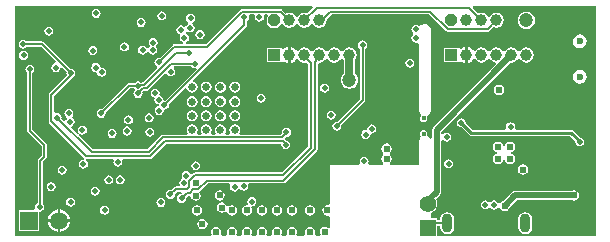
<source format=gbr>
%TF.GenerationSoftware,Altium Limited,Altium Designer,19.0.15 (446)*%
G04 Layer_Physical_Order=3*
G04 Layer_Color=7058166*
%FSLAX26Y26*%
%MOIN*%
%TF.FileFunction,Copper,L3,Inr,Signal*%
%TF.Part,Single*%
G01*
G75*
%TA.AperFunction,Conductor*%
%ADD54C,0.008000*%
%ADD57C,0.010000*%
%ADD58C,0.007874*%
%ADD60C,0.006000*%
%ADD61C,0.007992*%
%ADD63C,0.020000*%
%TA.AperFunction,ComponentPad*%
%ADD67C,0.039370*%
G04:AMPARAMS|DCode=68|XSize=39mil|YSize=39mil|CornerRadius=0mil|HoleSize=0mil|Usage=FLASHONLY|Rotation=0.000|XOffset=0mil|YOffset=0mil|HoleType=Round|Shape=Octagon|*
%AMOCTAGOND68*
4,1,8,0.019500,-0.009750,0.019500,0.009750,0.009750,0.019500,-0.009750,0.019500,-0.019500,0.009750,-0.019500,-0.009750,-0.009750,-0.019500,0.009750,-0.019500,0.019500,-0.009750,0.0*
%
%ADD68OCTAGOND68*%

%ADD69C,0.023622*%
%ADD70O,0.035433X0.062992*%
%TA.AperFunction,WasherPad*%
%ADD71C,0.015000*%
%TA.AperFunction,ComponentPad*%
%ADD72R,0.039000X0.039000*%
%ADD73C,0.059055*%
%ADD74R,0.059055X0.059055*%
%ADD75C,0.047244*%
%ADD76C,0.055118*%
%ADD77R,0.055118X0.055118*%
%TA.AperFunction,ViaPad*%
%ADD78C,0.024000*%
%ADD79C,0.019685*%
%ADD80C,0.025984*%
%TA.AperFunction,Conductor*%
%ADD81C,0.025000*%
G36*
X1002726Y777367D02*
X1005023Y771823D01*
X986013Y752814D01*
X985585Y753100D01*
X975984Y755010D01*
X966383Y753100D01*
X958244Y747661D01*
X954354Y741839D01*
X947615D01*
X943724Y747661D01*
X935585Y753100D01*
X925984Y755010D01*
X916383Y753100D01*
X915091Y752236D01*
X902909Y764418D01*
X900289Y766169D01*
X897198Y766784D01*
X768824D01*
X765733Y766169D01*
X763113Y764418D01*
X648504Y649809D01*
X581034D01*
X580443Y655809D01*
X581871Y656093D01*
X586754Y659356D01*
X590017Y664239D01*
X591163Y670000D01*
X590017Y675760D01*
X586754Y680644D01*
X581871Y683907D01*
X580268Y689952D01*
X580525Y690445D01*
X587706Y692222D01*
X589517Y691013D01*
X595277Y689867D01*
X601038Y691013D01*
X605921Y694276D01*
X609184Y699159D01*
X610330Y704920D01*
X609184Y710680D01*
X605921Y715564D01*
X603345Y717285D01*
X603127Y719735D01*
X603767Y723936D01*
X607693Y726559D01*
X610956Y731443D01*
X612102Y737203D01*
X610956Y742964D01*
X607693Y747847D01*
X602809Y751110D01*
X597049Y752256D01*
X591288Y751110D01*
X586405Y747847D01*
X583141Y742964D01*
X581996Y737203D01*
X583141Y731443D01*
X586405Y726559D01*
X588981Y724838D01*
X589199Y722388D01*
X588559Y718187D01*
X584633Y715564D01*
X581370Y710680D01*
X581185Y709750D01*
X574819Y708477D01*
X569935Y711740D01*
X564175Y712886D01*
X558414Y711740D01*
X553531Y708477D01*
X550268Y703594D01*
X549122Y697833D01*
X550268Y692073D01*
X553531Y687189D01*
X558414Y683926D01*
X560205Y683570D01*
X562966Y676903D01*
X562203Y675760D01*
X561057Y670000D01*
X562203Y664239D01*
X565466Y659356D01*
X570350Y656093D01*
X571777Y655809D01*
X571187Y649809D01*
X542732D01*
X539641Y649194D01*
X537021Y647443D01*
X494029Y604451D01*
X491000Y605053D01*
X485240Y603907D01*
X480356Y600644D01*
X477093Y595760D01*
X475947Y590000D01*
X477093Y584240D01*
X480356Y579356D01*
X483482Y577267D01*
X485157Y570457D01*
X437798Y523098D01*
X432219Y522480D01*
X427335Y525743D01*
X421575Y526889D01*
X415814Y525743D01*
X410931Y522480D01*
X409215Y519912D01*
X391457D01*
X388366Y519298D01*
X385746Y517547D01*
X302243Y434044D01*
X299215Y434647D01*
X293454Y433501D01*
X288571Y430238D01*
X285308Y425354D01*
X284162Y419594D01*
X285308Y413833D01*
X288571Y408950D01*
X293454Y405687D01*
X299215Y404541D01*
X304975Y405687D01*
X309859Y408950D01*
X313122Y413833D01*
X314268Y419594D01*
X313665Y422623D01*
X394802Y503759D01*
X409215D01*
X410931Y501192D01*
X410935Y501189D01*
Y496888D01*
X407671Y492005D01*
X406526Y486244D01*
X407671Y480483D01*
X410935Y475600D01*
X415818Y472337D01*
X421579Y471191D01*
X427339Y472337D01*
X432223Y475600D01*
X435486Y480483D01*
X436632Y486244D01*
X436029Y489273D01*
X442054Y495298D01*
X450736D01*
X453826Y495913D01*
X456446Y497663D01*
X510955Y552172D01*
X517765Y550496D01*
X519854Y547370D01*
X524737Y544107D01*
X530498Y542962D01*
X536258Y544107D01*
X541142Y547370D01*
X544405Y552254D01*
X545551Y558014D01*
X544405Y563775D01*
X541142Y568659D01*
X540602Y575885D01*
X541879Y577749D01*
X598663D01*
X600378Y575182D01*
X605262Y571918D01*
X611022Y570773D01*
X614482Y571461D01*
X617438Y565931D01*
X512829Y461323D01*
X511808Y461526D01*
X506318Y464682D01*
X505172Y470443D01*
X501909Y475326D01*
X497846Y478041D01*
X492919Y481467D01*
X494065Y487227D01*
X492919Y492988D01*
X489656Y497871D01*
X484772Y501134D01*
X479012Y502280D01*
X473251Y501134D01*
X468368Y497871D01*
X465104Y492988D01*
X463959Y487227D01*
X465104Y481467D01*
X468368Y476583D01*
X472431Y473868D01*
X477358Y470443D01*
X476212Y464682D01*
X477358Y458922D01*
X480621Y454038D01*
X485505Y450775D01*
X489258Y450029D01*
X489925Y449645D01*
Y443778D01*
X486323Y443062D01*
X481439Y439799D01*
X478176Y434915D01*
X477030Y429155D01*
X478176Y423394D01*
X481439Y418511D01*
X486323Y415248D01*
X492083Y414102D01*
X497844Y415248D01*
X502727Y418511D01*
X505990Y423394D01*
X507136Y429155D01*
X509801Y431819D01*
X515561Y432965D01*
X520445Y436228D01*
X523708Y441112D01*
X524854Y446872D01*
X524251Y449901D01*
X578160Y503810D01*
X584671Y501835D01*
X585173Y499310D01*
X589132Y493384D01*
X595058Y489425D01*
X602047Y488035D01*
X609037Y489425D01*
X614962Y493384D01*
X618921Y499310D01*
X620311Y506299D01*
X618921Y513288D01*
X614962Y519214D01*
X609037Y523173D01*
X606511Y523675D01*
X604536Y530186D01*
X781893Y707543D01*
X783644Y710163D01*
X784259Y713254D01*
Y728584D01*
X786826Y730299D01*
X790089Y735183D01*
X791235Y740943D01*
X790502Y744630D01*
X794133Y750631D01*
X808626D01*
X811980Y744630D01*
X811129Y740353D01*
X812275Y734592D01*
X815538Y729709D01*
X820422Y726446D01*
X826182Y725300D01*
X831943Y726446D01*
X836826Y729709D01*
X840089Y734592D01*
X841235Y740353D01*
X840384Y744630D01*
X843738Y750631D01*
X852222D01*
X854519Y745087D01*
X851563Y742132D01*
Y717711D01*
X863774Y705500D01*
X888195D01*
X898564Y715869D01*
X905695Y715995D01*
X908244Y712181D01*
X916383Y706742D01*
X925984Y704833D01*
X935585Y706742D01*
X943724Y712181D01*
X947615Y718003D01*
X954354D01*
X958244Y712181D01*
X966383Y706742D01*
X975984Y704833D01*
X985585Y706742D01*
X993724Y712181D01*
X997615Y718003D01*
X1004354D01*
X1008244Y712181D01*
X1016383Y706742D01*
X1025984Y704833D01*
X1035585Y706742D01*
X1043724Y712181D01*
X1049163Y720320D01*
X1051073Y729921D01*
X1050453Y733037D01*
X1066902Y749487D01*
X1392239D01*
X1404205Y737521D01*
X1446843Y694883D01*
X1449794Y692911D01*
X1453275Y692219D01*
X1587929D01*
X1591410Y692911D01*
X1594361Y694883D01*
X1606506Y707028D01*
X1606935Y706742D01*
X1616535Y704833D01*
X1626136Y706742D01*
X1634276Y712181D01*
X1639714Y720320D01*
X1641624Y729921D01*
X1639714Y739522D01*
X1634276Y747661D01*
X1626136Y753100D01*
X1616535Y755010D01*
X1606935Y753100D01*
X1598795Y747661D01*
X1594905Y741839D01*
X1588166D01*
X1584276Y747661D01*
X1576136Y753100D01*
X1566535Y755010D01*
X1556935Y753100D01*
X1556506Y752814D01*
X1537497Y771823D01*
X1539793Y777367D01*
X1948627D01*
Y10035D01*
X1419094D01*
Y45593D01*
X1429675D01*
Y39961D01*
X1431432Y31128D01*
X1436435Y23640D01*
X1443923Y18636D01*
X1452756Y16879D01*
X1461589Y18636D01*
X1469077Y23640D01*
X1474080Y31128D01*
X1475837Y39961D01*
Y67520D01*
X1474080Y76353D01*
X1469077Y83841D01*
X1461589Y88844D01*
X1452756Y90601D01*
X1443923Y88844D01*
X1436435Y83841D01*
X1431432Y76353D01*
X1429675Y67520D01*
Y63777D01*
X1419094D01*
Y71063D01*
X1398661D01*
Y87944D01*
X1402995Y89739D01*
X1409779Y94945D01*
X1414986Y101730D01*
X1418258Y109631D01*
X1419375Y118110D01*
X1418258Y126589D01*
X1414986Y134490D01*
X1414711Y134849D01*
X1428080Y148219D01*
X1431378Y153154D01*
X1432536Y158976D01*
Y304409D01*
X1432536Y304410D01*
Y328637D01*
X1438536Y330457D01*
X1439316Y329290D01*
X1444200Y326027D01*
X1449960Y324881D01*
X1455721Y326027D01*
X1460605Y329290D01*
X1463868Y334173D01*
X1465014Y339934D01*
X1463868Y345695D01*
X1460605Y350578D01*
X1455721Y353841D01*
X1449960Y354987D01*
X1444200Y353841D01*
X1439316Y350578D01*
X1438536Y349411D01*
X1432536Y351231D01*
Y358659D01*
X1663555Y589678D01*
X1666535Y589085D01*
X1676136Y590994D01*
X1684276Y596433D01*
X1688166Y602255D01*
X1694905D01*
X1698795Y596433D01*
X1706935Y590994D01*
X1716535Y589085D01*
X1726136Y590994D01*
X1734276Y596433D01*
X1739714Y604572D01*
X1741624Y614173D01*
X1739714Y623774D01*
X1734276Y631913D01*
X1726136Y637352D01*
X1716535Y639261D01*
X1706935Y637352D01*
X1698795Y631913D01*
X1694905Y626091D01*
X1688166D01*
X1684276Y631913D01*
X1676136Y637352D01*
X1666535Y639261D01*
X1656935Y637352D01*
X1648795Y631913D01*
X1644905Y626091D01*
X1638166D01*
X1634276Y631913D01*
X1626136Y637352D01*
X1616535Y639261D01*
X1606935Y637352D01*
X1598795Y631913D01*
X1594905Y626091D01*
X1588166D01*
X1584276Y631913D01*
X1576136Y637352D01*
X1566535Y639261D01*
X1556935Y637352D01*
X1548795Y631913D01*
X1546768Y628879D01*
X1544105Y628530D01*
X1539755Y629183D01*
X1536191Y633828D01*
X1530434Y638246D01*
X1523730Y641023D01*
X1520472Y641452D01*
Y614173D01*
Y586895D01*
X1523730Y587323D01*
X1530434Y590100D01*
X1536191Y594518D01*
X1539755Y599163D01*
X1544105Y599816D01*
X1546768Y599467D01*
X1548795Y596433D01*
X1556935Y590994D01*
X1566535Y589085D01*
X1576136Y590994D01*
X1584276Y596433D01*
X1588166Y602255D01*
X1594905D01*
X1598795Y596433D01*
X1606935Y590994D01*
X1612291Y589929D01*
X1614266Y583419D01*
X1406565Y375718D01*
X1404661Y372869D01*
X1403267Y370782D01*
X1402109Y364960D01*
Y339308D01*
X1396109Y333887D01*
X1395569Y333916D01*
X1394206Y335956D01*
X1393394Y337171D01*
X1390625Y339941D01*
X1390624Y339941D01*
X1390624Y339941D01*
X1388601Y341294D01*
X1387369Y342116D01*
X1385432Y347122D01*
X1386396Y351969D01*
X1385432Y356815D01*
X1382686Y360924D01*
X1378578Y363669D01*
X1373731Y364633D01*
X1368885Y363669D01*
X1364776Y360924D01*
X1362031Y356815D01*
X1361067Y351969D01*
X1362031Y347122D01*
X1364776Y343013D01*
X1362595Y337255D01*
X1362511Y337171D01*
X1360336Y333915D01*
X1358838Y330296D01*
X1358838Y330296D01*
X1358837Y330295D01*
X1358508Y328636D01*
X1358074Y326456D01*
X1358074Y326455D01*
X1358074Y326455D01*
X1358075Y324497D01*
Y247244D01*
X1261942D01*
X1260947Y248447D01*
X1262117Y256446D01*
X1262200Y256501D01*
X1265939Y262098D01*
X1267253Y268701D01*
X1265939Y275303D01*
X1262200Y280900D01*
X1260816Y281825D01*
Y289041D01*
X1262200Y289966D01*
X1265939Y295563D01*
X1267253Y302165D01*
X1265939Y308768D01*
X1262200Y314365D01*
X1256602Y318105D01*
X1250000Y319418D01*
X1243398Y318105D01*
X1237800Y314365D01*
X1234061Y308768D01*
X1232747Y302165D01*
X1234061Y295563D01*
X1237800Y289966D01*
X1239184Y289041D01*
Y281825D01*
X1237800Y280900D01*
X1234061Y275303D01*
X1232747Y268701D01*
X1234061Y262098D01*
X1237800Y256501D01*
X1237883Y256446D01*
X1239053Y248447D01*
X1238058Y247244D01*
X1191751D01*
X1188543Y253244D01*
X1189104Y254083D01*
X1190250Y259844D01*
X1189104Y265604D01*
X1185841Y270488D01*
X1180957Y273751D01*
X1175197Y274897D01*
X1169436Y273751D01*
X1164553Y270488D01*
X1161290Y265604D01*
X1160144Y259844D01*
X1161290Y254083D01*
X1161850Y253244D01*
X1158643Y247244D01*
X1062128D01*
Y117113D01*
X1056127Y112954D01*
X1052724Y113631D01*
X1046122Y112317D01*
X1040525Y108578D01*
X1036785Y102980D01*
X1035472Y96378D01*
X1036785Y89775D01*
X1040525Y84178D01*
X1046122Y80438D01*
X1052724Y79125D01*
X1056127Y79802D01*
X1062128Y75643D01*
Y40212D01*
X1059410Y38639D01*
X1056128Y37732D01*
X1051327Y40939D01*
X1044724Y42253D01*
X1038122Y40939D01*
X1032525Y37200D01*
X1028785Y31602D01*
X1027472Y25000D01*
X1028785Y18398D01*
X1030364Y16035D01*
X1027157Y10035D01*
X1013294D01*
X1010087Y16035D01*
X1010664Y16898D01*
X1011977Y23500D01*
X1010664Y30102D01*
X1006924Y35700D01*
X1001327Y39439D01*
X994724Y40753D01*
X988122Y39439D01*
X982525Y35700D01*
X978785Y30102D01*
X977471Y23500D01*
X978785Y16898D01*
X979361Y16035D01*
X976154Y10035D01*
X952664D01*
X949457Y16035D01*
X950034Y16898D01*
X951347Y23500D01*
X950034Y30102D01*
X946294Y35700D01*
X940697Y39439D01*
X934094Y40753D01*
X927492Y39439D01*
X921895Y35700D01*
X918155Y30102D01*
X916842Y23500D01*
X918155Y16898D01*
X918731Y16035D01*
X915524Y10035D01*
X902664D01*
X899457Y16035D01*
X900034Y16898D01*
X901347Y23500D01*
X900034Y30102D01*
X896294Y35700D01*
X890697Y39439D01*
X884094Y40753D01*
X877492Y39439D01*
X871895Y35700D01*
X868155Y30102D01*
X866842Y23500D01*
X868155Y16898D01*
X868731Y16035D01*
X865524Y10035D01*
X852664D01*
X849457Y16035D01*
X850034Y16898D01*
X851347Y23500D01*
X850034Y30102D01*
X846294Y35700D01*
X840697Y39439D01*
X834094Y40753D01*
X827492Y39439D01*
X821895Y35700D01*
X818155Y30102D01*
X816842Y23500D01*
X818155Y16898D01*
X818731Y16035D01*
X815524Y10035D01*
X802664D01*
X799457Y16035D01*
X800034Y16898D01*
X801347Y23500D01*
X800034Y30102D01*
X796294Y35700D01*
X790697Y39439D01*
X784094Y40753D01*
X777492Y39439D01*
X771895Y35700D01*
X768155Y30102D01*
X766842Y23500D01*
X768155Y16898D01*
X768731Y16035D01*
X765524Y10035D01*
X752664D01*
X749457Y16035D01*
X750034Y16898D01*
X751347Y23500D01*
X750034Y30102D01*
X746294Y35700D01*
X740697Y39439D01*
X734094Y40753D01*
X727492Y39439D01*
X721895Y35700D01*
X718155Y30102D01*
X716842Y23500D01*
X718155Y16898D01*
X718731Y16035D01*
X715524Y10035D01*
X700907D01*
X697700Y16035D01*
X698276Y16898D01*
X699590Y23500D01*
X698276Y30102D01*
X694537Y35700D01*
X688939Y39439D01*
X682337Y40753D01*
X675735Y39439D01*
X670137Y35700D01*
X666397Y30102D01*
X665084Y23500D01*
X666397Y16898D01*
X666974Y16035D01*
X663767Y10035D01*
X10035D01*
Y777367D01*
X1002726Y777367D01*
D02*
G37*
%LPC*%
G36*
X282427Y768042D02*
X276667Y766897D01*
X271783Y763634D01*
X268520Y758750D01*
X267374Y752989D01*
X268520Y747229D01*
X271783Y742345D01*
X276667Y739082D01*
X282427Y737936D01*
X288188Y739082D01*
X293071Y742345D01*
X296334Y747229D01*
X297480Y752989D01*
X296334Y758750D01*
X293071Y763634D01*
X288188Y766897D01*
X282427Y768042D01*
D02*
G37*
G36*
X500766Y759729D02*
X495005Y758583D01*
X490122Y755320D01*
X486858Y750436D01*
X485713Y744676D01*
X486858Y738915D01*
X490122Y734032D01*
X495005Y730769D01*
X500766Y729623D01*
X506526Y730769D01*
X511410Y734032D01*
X514673Y738915D01*
X515819Y744676D01*
X514673Y750436D01*
X511410Y755320D01*
X506526Y758583D01*
X500766Y759729D01*
D02*
G37*
G36*
X1378916Y718167D02*
X1375000Y717971D01*
X1371203Y717016D01*
X1367660Y715337D01*
X1364517Y713001D01*
X1364198Y712648D01*
X1359741Y710785D01*
X1356025Y711982D01*
X1353674Y713553D01*
X1347913Y714699D01*
X1342153Y713553D01*
X1337269Y710290D01*
X1334006Y705406D01*
X1332860Y699646D01*
X1334006Y693885D01*
X1337269Y689001D01*
X1337740Y688687D01*
Y681471D01*
X1336679Y680762D01*
X1333416Y675879D01*
X1332270Y670118D01*
X1333416Y664357D01*
X1336679Y659474D01*
X1341562Y656211D01*
X1347323Y655065D01*
X1352074Y656010D01*
X1355904Y654017D01*
X1358074Y652329D01*
X1358074Y433072D01*
X1358074Y431114D01*
X1358074Y431114D01*
X1358074Y431113D01*
X1358453Y429205D01*
X1358837Y427274D01*
X1358837Y427274D01*
X1358837Y427273D01*
X1360335Y423655D01*
X1360335Y423655D01*
X1360336Y423654D01*
X1361428Y422019D01*
X1362510Y420399D01*
X1362511Y420399D01*
X1362511Y420399D01*
X1364068Y418842D01*
X1364785Y412105D01*
X1364252Y411308D01*
X1362040Y407996D01*
X1361076Y403150D01*
X1362040Y398303D01*
X1364785Y394194D01*
X1368894Y391449D01*
X1373740Y390485D01*
X1378587Y391449D01*
X1382695Y394194D01*
X1385441Y398303D01*
X1386405Y403150D01*
X1385441Y407996D01*
X1385246Y408287D01*
X1385191Y408498D01*
X1387369Y415453D01*
X1387369Y415454D01*
X1390624Y417629D01*
X1393393Y420399D01*
X1395568Y423654D01*
X1397067Y427273D01*
X1397830Y431113D01*
X1397830Y433068D01*
X1397830Y433070D01*
X1397831Y698695D01*
X1397781Y698945D01*
X1397818Y699196D01*
X1397720Y701154D01*
X1396766Y704952D01*
X1395086Y708495D01*
X1392751Y711638D01*
X1389843Y714269D01*
X1386483Y716279D01*
X1382790Y717596D01*
X1382219Y717681D01*
X1378916Y718167D01*
D02*
G37*
G36*
X431851Y737676D02*
X426090Y736530D01*
X421207Y733267D01*
X417943Y728383D01*
X416798Y722623D01*
X417943Y716862D01*
X421207Y711979D01*
X426090Y708716D01*
X431851Y707570D01*
X437611Y708716D01*
X442495Y711979D01*
X445758Y716862D01*
X446904Y722623D01*
X445758Y728383D01*
X442495Y733267D01*
X437611Y736530D01*
X431851Y737676D01*
D02*
G37*
G36*
X1716142Y758711D02*
X1708690Y757730D01*
X1701747Y754854D01*
X1695784Y750279D01*
X1691209Y744316D01*
X1688333Y737373D01*
X1687352Y729921D01*
X1688333Y722470D01*
X1691209Y715527D01*
X1695784Y709564D01*
X1701747Y704989D01*
X1708690Y702113D01*
X1716142Y701132D01*
X1723593Y702113D01*
X1730536Y704989D01*
X1736499Y709564D01*
X1741074Y715527D01*
X1743950Y722470D01*
X1744931Y729921D01*
X1743950Y737373D01*
X1741074Y744316D01*
X1736499Y750279D01*
X1730536Y754854D01*
X1723593Y757730D01*
X1716142Y758711D01*
D02*
G37*
G36*
X123955Y708984D02*
X118195Y707839D01*
X113311Y704576D01*
X110048Y699692D01*
X108902Y693931D01*
X110048Y688171D01*
X113311Y683287D01*
X118195Y680024D01*
X123955Y678878D01*
X129715Y680024D01*
X134599Y683287D01*
X137862Y688171D01*
X139008Y693931D01*
X137862Y699692D01*
X134599Y704576D01*
X129715Y707839D01*
X123955Y708984D01*
D02*
G37*
G36*
X628160Y697311D02*
X622399Y696166D01*
X617516Y692903D01*
X614253Y688019D01*
X613107Y682258D01*
X614253Y676498D01*
X617516Y671614D01*
X622399Y668351D01*
X628160Y667205D01*
X633920Y668351D01*
X638804Y671614D01*
X642067Y676498D01*
X643213Y682258D01*
X642067Y688019D01*
X638804Y692903D01*
X633920Y696166D01*
X628160Y697311D01*
D02*
G37*
G36*
X472197Y670415D02*
X466437Y669269D01*
X461553Y666006D01*
X458290Y661123D01*
X457144Y655362D01*
X458290Y649602D01*
X461553Y644718D01*
X458310Y639669D01*
X456795Y637403D01*
X453841Y636811D01*
X453666Y636807D01*
X450214Y637275D01*
X447652Y641109D01*
X442768Y644372D01*
X437008Y645518D01*
X431247Y644372D01*
X426364Y641109D01*
X423101Y636225D01*
X421955Y630465D01*
X423101Y624704D01*
X426364Y619821D01*
X431247Y616557D01*
X437008Y615412D01*
X442768Y616557D01*
X447652Y619821D01*
X450291Y623769D01*
X453245Y624361D01*
X453419Y624365D01*
X456872Y623897D01*
X459434Y620063D01*
X464317Y616800D01*
X470078Y615654D01*
X475838Y616800D01*
X480722Y620063D01*
X483985Y624947D01*
X485131Y630707D01*
X483985Y636468D01*
X483154Y637711D01*
X482841Y644718D01*
X486104Y649602D01*
X487250Y655362D01*
X486104Y661123D01*
X482841Y666006D01*
X477958Y669269D01*
X472197Y670415D01*
D02*
G37*
G36*
X1893701Y682530D02*
X1884868Y680773D01*
X1877380Y675770D01*
X1872377Y668282D01*
X1870620Y659449D01*
X1872377Y650616D01*
X1877380Y643128D01*
X1884868Y638124D01*
X1893701Y636367D01*
X1902534Y638124D01*
X1910022Y643128D01*
X1915025Y650616D01*
X1916782Y659449D01*
X1915025Y668282D01*
X1910022Y675770D01*
X1902534Y680773D01*
X1893701Y682530D01*
D02*
G37*
G36*
X1512598Y641452D02*
X1509341Y641023D01*
X1502637Y638246D01*
X1496957Y633887D01*
X1496585Y633935D01*
X1490957Y635965D01*
Y638594D01*
X1442114D01*
Y589752D01*
X1490957D01*
Y592381D01*
X1496585Y594412D01*
X1496957Y594459D01*
X1502637Y590100D01*
X1509341Y587323D01*
X1512598Y586895D01*
Y614173D01*
Y641452D01*
D02*
G37*
G36*
X922047D02*
X918790Y641023D01*
X912086Y638246D01*
X906405Y633887D01*
X906034Y633935D01*
X900405Y635965D01*
Y638594D01*
X851563D01*
Y589752D01*
X900405D01*
Y592381D01*
X906034Y594412D01*
X906405Y594459D01*
X912086Y590100D01*
X918790Y587323D01*
X922047Y586895D01*
Y614173D01*
Y641452D01*
D02*
G37*
G36*
X376432Y655968D02*
X370671Y654822D01*
X365787Y651559D01*
X362524Y646675D01*
X361378Y640915D01*
X362524Y635154D01*
X365787Y630271D01*
X370671Y627008D01*
X376432Y625862D01*
X382192Y627008D01*
X387076Y630271D01*
X390339Y635154D01*
X391485Y640915D01*
X390339Y646675D01*
X387076Y651559D01*
X382192Y654822D01*
X376432Y655968D01*
D02*
G37*
G36*
X270616Y644021D02*
X264855Y642875D01*
X259972Y639612D01*
X256709Y634728D01*
X255563Y628968D01*
X256709Y623207D01*
X259972Y618323D01*
X264855Y615060D01*
X270616Y613915D01*
X276376Y615060D01*
X281260Y618323D01*
X284523Y623207D01*
X285669Y628968D01*
X284523Y634728D01*
X281260Y639612D01*
X276376Y642875D01*
X270616Y644021D01*
D02*
G37*
G36*
X40354Y627615D02*
X34594Y626469D01*
X29710Y623206D01*
X26447Y618322D01*
X25301Y612562D01*
X26447Y606801D01*
X29710Y601918D01*
X34594Y598655D01*
X40354Y597509D01*
X46115Y598655D01*
X50998Y601918D01*
X54262Y606801D01*
X55407Y612562D01*
X54262Y618322D01*
X50998Y623206D01*
X46115Y626469D01*
X40354Y627615D01*
D02*
G37*
G36*
X1327752Y602310D02*
X1321991Y601164D01*
X1317108Y597901D01*
X1313845Y593017D01*
X1312699Y587257D01*
X1313845Y581496D01*
X1317108Y576613D01*
X1321991Y573350D01*
X1327752Y572204D01*
X1333512Y573350D01*
X1338396Y576613D01*
X1341659Y581496D01*
X1342805Y587257D01*
X1341659Y593017D01*
X1338396Y597901D01*
X1333512Y601164D01*
X1327752Y602310D01*
D02*
G37*
G36*
X280514Y586986D02*
X274753Y585841D01*
X269870Y582577D01*
X266607Y577694D01*
X265461Y571933D01*
X266607Y566173D01*
X269870Y561289D01*
X274753Y558026D01*
X280514Y556880D01*
X285867Y551827D01*
X286093Y550690D01*
X289356Y545807D01*
X294240Y542543D01*
X300000Y541398D01*
X305760Y542543D01*
X310644Y545807D01*
X313907Y550690D01*
X315053Y556451D01*
X313907Y562211D01*
X310644Y567095D01*
X305760Y570358D01*
X300000Y571504D01*
X294647Y576557D01*
X294421Y577694D01*
X291158Y582577D01*
X286274Y585841D01*
X280514Y586986D01*
D02*
G37*
G36*
X1893701Y564420D02*
X1884868Y562663D01*
X1877380Y557659D01*
X1872377Y550171D01*
X1870620Y541338D01*
X1872377Y532506D01*
X1877380Y525018D01*
X1884868Y520014D01*
X1893701Y518257D01*
X1902534Y520014D01*
X1910022Y525018D01*
X1915025Y532506D01*
X1916782Y541338D01*
X1915025Y550171D01*
X1910022Y557659D01*
X1902534Y562663D01*
X1893701Y564420D01*
D02*
G37*
G36*
X929921Y641452D02*
Y614173D01*
Y586895D01*
X933178Y587323D01*
X939883Y590100D01*
X945639Y594518D01*
X949204Y599163D01*
X953553Y599816D01*
X956217Y599467D01*
X958244Y596433D01*
X966383Y590994D01*
X975984Y589085D01*
X981659Y590213D01*
X989393Y582479D01*
Y309238D01*
X902770Y222614D01*
X611014D01*
X607557Y221927D01*
X604627Y219969D01*
X601963Y217304D01*
X598613Y217751D01*
X595132Y218959D01*
X592415Y223025D01*
X587532Y226288D01*
X581771Y227434D01*
X576011Y226288D01*
X571127Y223025D01*
X567864Y218142D01*
X566718Y212381D01*
X567791Y206988D01*
X568252Y200962D01*
X565989Y199450D01*
X563368Y197699D01*
X560105Y192815D01*
X558960Y187055D01*
X559894Y182355D01*
X557822Y178414D01*
X556190Y176355D01*
X547244D01*
X543788Y175667D01*
X540857Y173709D01*
X531429Y164281D01*
X529528Y164659D01*
X523767Y163513D01*
X518883Y160250D01*
X515620Y155367D01*
X514475Y149606D01*
X515620Y143846D01*
X518883Y138962D01*
X523767Y135699D01*
X529528Y134553D01*
X535288Y135699D01*
X540172Y138962D01*
X543435Y143846D01*
X544581Y149606D01*
X544202Y151508D01*
X550985Y158291D01*
X563757D01*
X564018Y158095D01*
X566824Y152291D01*
X565476Y150591D01*
X561169Y149734D01*
X556285Y146471D01*
X553022Y141587D01*
X551876Y135827D01*
X553022Y130066D01*
X556285Y125183D01*
X561169Y121919D01*
X566929Y120774D01*
X572690Y121919D01*
X577573Y125183D01*
X580836Y130066D01*
X581982Y135827D01*
X581604Y137729D01*
X589371Y145496D01*
X590806D01*
X596534Y145115D01*
X597847Y138513D01*
X601587Y132916D01*
X607184Y129176D01*
X613786Y127862D01*
X620389Y129176D01*
X625986Y132916D01*
X629726Y138513D01*
X631039Y145115D01*
X629726Y151718D01*
X628866Y153005D01*
X626134Y157435D01*
X628884Y159685D01*
X655460Y186260D01*
X726516D01*
X729723Y180260D01*
X729401Y179777D01*
X728255Y174017D01*
X729401Y168256D01*
X732664Y163373D01*
X737548Y160110D01*
X743308Y158964D01*
X749069Y160110D01*
X753952Y163373D01*
X755810Y166153D01*
X762080Y166769D01*
X762751Y166564D01*
X763269Y165789D01*
X768153Y162526D01*
X773913Y161380D01*
X779674Y162526D01*
X784557Y165789D01*
X787820Y170673D01*
X788966Y176433D01*
X788205Y180259D01*
X791770Y186260D01*
X906315D01*
X909771Y186947D01*
X912701Y188905D01*
X1017607Y293810D01*
X1019565Y296740D01*
X1020252Y300197D01*
Y584515D01*
X1025687Y589144D01*
X1025984Y589085D01*
X1035585Y590994D01*
X1043724Y596433D01*
X1047614Y602255D01*
X1054354D01*
X1058244Y596433D01*
X1066383Y590994D01*
X1075984Y589085D01*
X1085585Y590994D01*
X1093724Y596433D01*
X1097614Y602255D01*
X1104354D01*
X1108244Y596433D01*
X1108419Y596316D01*
Y552904D01*
X1106021Y551065D01*
X1101446Y545102D01*
X1098570Y538159D01*
X1097589Y530707D01*
X1098570Y523256D01*
X1101446Y516313D01*
X1106021Y510350D01*
X1111984Y505775D01*
X1118927Y502899D01*
X1126378Y501918D01*
X1133830Y502899D01*
X1140773Y505775D01*
X1146736Y510350D01*
X1151311Y516313D01*
X1154187Y523256D01*
X1155168Y530707D01*
X1154187Y538159D01*
X1151311Y545102D01*
X1146736Y551065D01*
X1143944Y553207D01*
Y596761D01*
X1149163Y604572D01*
X1151073Y614173D01*
X1149163Y623774D01*
X1143724Y631913D01*
X1135585Y637352D01*
X1125984Y639261D01*
X1116383Y637352D01*
X1108244Y631913D01*
X1104354Y626091D01*
X1097614D01*
X1093724Y631913D01*
X1085585Y637352D01*
X1075984Y639261D01*
X1066383Y637352D01*
X1058244Y631913D01*
X1054354Y626091D01*
X1047614D01*
X1043724Y631913D01*
X1035585Y637352D01*
X1025984Y639261D01*
X1016383Y637352D01*
X1008244Y631913D01*
X1004354Y626091D01*
X997615D01*
X993724Y631913D01*
X985585Y637352D01*
X975984Y639261D01*
X966383Y637352D01*
X958244Y631913D01*
X956217Y628879D01*
X953553Y628530D01*
X949204Y629183D01*
X945639Y633828D01*
X939883Y638246D01*
X933178Y641023D01*
X929921Y641452D01*
D02*
G37*
G36*
X1043308Y518595D02*
X1037547Y517449D01*
X1032664Y514186D01*
X1029400Y509303D01*
X1028255Y503542D01*
X1029400Y497782D01*
X1032664Y492898D01*
X1037547Y489635D01*
X1043308Y488489D01*
X1049068Y489635D01*
X1053952Y492898D01*
X1057215Y497782D01*
X1058361Y503542D01*
X1057215Y509303D01*
X1053952Y514186D01*
X1049068Y517449D01*
X1043308Y518595D01*
D02*
G37*
G36*
X743779Y524563D02*
X736790Y523173D01*
X730865Y519214D01*
X726905Y513288D01*
X725515Y506299D01*
X726905Y499310D01*
X730865Y493384D01*
X736790Y489425D01*
X743779Y488035D01*
X750769Y489425D01*
X756694Y493384D01*
X760653Y499310D01*
X762044Y506299D01*
X760653Y513288D01*
X756694Y519214D01*
X750769Y523173D01*
X743779Y524563D01*
D02*
G37*
G36*
X696535D02*
X689546Y523173D01*
X683620Y519214D01*
X679661Y513288D01*
X678271Y506299D01*
X679661Y499310D01*
X683620Y493384D01*
X689546Y489425D01*
X696535Y488035D01*
X703525Y489425D01*
X709450Y493384D01*
X713409Y499310D01*
X714800Y506299D01*
X713409Y513288D01*
X709450Y519214D01*
X703525Y523173D01*
X696535Y524563D01*
D02*
G37*
G36*
X649291D02*
X642302Y523173D01*
X636376Y519214D01*
X632417Y513288D01*
X631027Y506299D01*
X632417Y499310D01*
X636376Y493384D01*
X642302Y489425D01*
X649291Y488035D01*
X656281Y489425D01*
X662206Y493384D01*
X666165Y499310D01*
X667556Y506299D01*
X666165Y513288D01*
X662206Y519214D01*
X656281Y523173D01*
X649291Y524563D01*
D02*
G37*
G36*
X1625000Y514340D02*
X1618397Y513026D01*
X1612800Y509286D01*
X1609060Y503689D01*
X1607747Y497087D01*
X1609060Y490484D01*
X1612800Y484887D01*
X1618397Y481147D01*
X1625000Y479834D01*
X1631602Y481147D01*
X1637199Y484887D01*
X1640939Y490484D01*
X1642253Y497087D01*
X1640939Y503689D01*
X1637199Y509286D01*
X1631602Y513026D01*
X1625000Y514340D01*
D02*
G37*
G36*
X831913Y485053D02*
X826153Y483907D01*
X821269Y480644D01*
X818006Y475760D01*
X816860Y470000D01*
X818006Y464239D01*
X821269Y459356D01*
X826153Y456093D01*
X831913Y454947D01*
X837674Y456093D01*
X842557Y459356D01*
X845820Y464239D01*
X846966Y470000D01*
X845820Y475760D01*
X842557Y480644D01*
X837674Y483907D01*
X831913Y485053D01*
D02*
G37*
G36*
X743779Y477319D02*
X736790Y475929D01*
X730865Y471970D01*
X726905Y466045D01*
X725515Y459055D01*
X726905Y452066D01*
X730865Y446140D01*
X736790Y442181D01*
X743779Y440791D01*
X750769Y442181D01*
X756694Y446140D01*
X760653Y452066D01*
X762044Y459055D01*
X760653Y466045D01*
X756694Y471970D01*
X750769Y475929D01*
X743779Y477319D01*
D02*
G37*
G36*
X696535D02*
X689546Y475929D01*
X683620Y471970D01*
X679661Y466045D01*
X678271Y459055D01*
X679661Y452066D01*
X683620Y446140D01*
X689546Y442181D01*
X696535Y440791D01*
X703525Y442181D01*
X709450Y446140D01*
X713409Y452066D01*
X714800Y459055D01*
X713409Y466045D01*
X709450Y471970D01*
X703525Y475929D01*
X696535Y477319D01*
D02*
G37*
G36*
X649291D02*
X642302Y475929D01*
X636376Y471970D01*
X632417Y466045D01*
X631027Y459055D01*
X632417Y452066D01*
X636376Y446140D01*
X642302Y442181D01*
X649291Y440791D01*
X656281Y442181D01*
X662206Y446140D01*
X666165Y452066D01*
X667556Y459055D01*
X666165Y466045D01*
X662206Y471970D01*
X656281Y475929D01*
X649291Y477319D01*
D02*
G37*
G36*
X602047D02*
X595058Y475929D01*
X589132Y471970D01*
X585173Y466045D01*
X583783Y459055D01*
X585173Y452066D01*
X589132Y446140D01*
X595058Y442181D01*
X602047Y440791D01*
X609037Y442181D01*
X614962Y446140D01*
X618921Y452066D01*
X620311Y459055D01*
X618921Y466045D01*
X614962Y471970D01*
X609037Y475929D01*
X602047Y477319D01*
D02*
G37*
G36*
X1065869Y429134D02*
X1060108Y427988D01*
X1055225Y424725D01*
X1051961Y419841D01*
X1050816Y414081D01*
X1051961Y408320D01*
X1055225Y403437D01*
X1060108Y400173D01*
X1065869Y399028D01*
X1071629Y400173D01*
X1076513Y403437D01*
X1079776Y408320D01*
X1080922Y414081D01*
X1079776Y419841D01*
X1076513Y424725D01*
X1071629Y427988D01*
X1065869Y429134D01*
D02*
G37*
G36*
X743779Y430075D02*
X736790Y428685D01*
X730865Y424726D01*
X726905Y418800D01*
X725515Y411811D01*
X726905Y404822D01*
X730865Y398896D01*
X736790Y394937D01*
X743779Y393547D01*
X750769Y394937D01*
X756694Y398896D01*
X760653Y404822D01*
X762044Y411811D01*
X760653Y418800D01*
X756694Y424726D01*
X750769Y428685D01*
X743779Y430075D01*
D02*
G37*
G36*
X696535D02*
X689546Y428685D01*
X683620Y424726D01*
X679661Y418800D01*
X678271Y411811D01*
X679661Y404822D01*
X683620Y398896D01*
X689546Y394937D01*
X696535Y393547D01*
X703525Y394937D01*
X709450Y398896D01*
X713409Y404822D01*
X714800Y411811D01*
X713409Y418800D01*
X709450Y424726D01*
X703525Y428685D01*
X696535Y430075D01*
D02*
G37*
G36*
X649291D02*
X642302Y428685D01*
X636376Y424726D01*
X632417Y418800D01*
X631027Y411811D01*
X632417Y404822D01*
X636376Y398896D01*
X642302Y394937D01*
X649291Y393547D01*
X656281Y394937D01*
X662206Y398896D01*
X666165Y404822D01*
X667556Y411811D01*
X666165Y418800D01*
X662206Y424726D01*
X656281Y428685D01*
X649291Y430075D01*
D02*
G37*
G36*
X602047D02*
X595058Y428685D01*
X589132Y424726D01*
X585173Y418800D01*
X583783Y411811D01*
X585173Y404822D01*
X589132Y398896D01*
X595058Y394937D01*
X602047Y393547D01*
X609037Y394937D01*
X614962Y398896D01*
X618921Y404822D01*
X620311Y411811D01*
X618921Y418800D01*
X614962Y424726D01*
X609037Y428685D01*
X602047Y430075D01*
D02*
G37*
G36*
X1169882Y662689D02*
X1164122Y661544D01*
X1159238Y658280D01*
X1155975Y653397D01*
X1154829Y647636D01*
X1155975Y641876D01*
X1159238Y636992D01*
X1161806Y635277D01*
Y465960D01*
X1087674Y391829D01*
X1084646Y392431D01*
X1078885Y391285D01*
X1074002Y388022D01*
X1070738Y383138D01*
X1069593Y377378D01*
X1070738Y371617D01*
X1074002Y366734D01*
X1078885Y363471D01*
X1084646Y362325D01*
X1090406Y363471D01*
X1095290Y366734D01*
X1098553Y371617D01*
X1099699Y377378D01*
X1099096Y380407D01*
X1175593Y456904D01*
X1177344Y459524D01*
X1177959Y462615D01*
Y635277D01*
X1180526Y636992D01*
X1183789Y641876D01*
X1184935Y647636D01*
X1183789Y653397D01*
X1180526Y658280D01*
X1175643Y661544D01*
X1169882Y662689D01*
D02*
G37*
G36*
X458617Y419600D02*
X452856Y418454D01*
X447973Y415191D01*
X444710Y410308D01*
X443564Y404547D01*
X444710Y398787D01*
X447973Y393903D01*
X452856Y390640D01*
X458617Y389494D01*
X464377Y390640D01*
X469261Y393903D01*
X472524Y398787D01*
X473670Y404547D01*
X472524Y410308D01*
X469261Y415191D01*
X464377Y418454D01*
X458617Y419600D01*
D02*
G37*
G36*
X389716Y412710D02*
X383955Y411564D01*
X379072Y408301D01*
X375809Y403418D01*
X374663Y397657D01*
X375809Y391897D01*
X379072Y387013D01*
X383955Y383750D01*
X389716Y382604D01*
X395476Y383750D01*
X400360Y387013D01*
X403623Y391897D01*
X404769Y397657D01*
X403623Y403418D01*
X400360Y408301D01*
X395476Y411564D01*
X389716Y412710D01*
D02*
G37*
G36*
X385491Y375832D02*
X379730Y374686D01*
X374846Y371423D01*
X371583Y366539D01*
X370438Y360779D01*
X371583Y355018D01*
X374846Y350134D01*
X379730Y346871D01*
X385491Y345726D01*
X391251Y346871D01*
X396135Y350134D01*
X399398Y355018D01*
X400544Y360779D01*
X399398Y366539D01*
X396135Y371423D01*
X391251Y374686D01*
X385491Y375832D01*
D02*
G37*
G36*
X460586Y372354D02*
X454825Y371208D01*
X449942Y367945D01*
X446678Y363061D01*
X445533Y357301D01*
X446678Y351540D01*
X449942Y346657D01*
X454825Y343394D01*
X460586Y342248D01*
X466346Y343394D01*
X471230Y346657D01*
X474493Y351540D01*
X475639Y357301D01*
X474493Y363061D01*
X471230Y367945D01*
X466346Y371208D01*
X460586Y372354D01*
D02*
G37*
G36*
X335041Y367808D02*
X329281Y366662D01*
X324397Y363399D01*
X321134Y358516D01*
X319988Y352755D01*
X321134Y346995D01*
X324397Y342111D01*
X329281Y338848D01*
X335041Y337702D01*
X340802Y338848D01*
X345685Y342111D01*
X348949Y346995D01*
X350094Y352755D01*
X348949Y358516D01*
X345685Y363399D01*
X340802Y366662D01*
X335041Y367808D01*
D02*
G37*
G36*
X1200745Y383256D02*
X1194985Y382110D01*
X1190101Y378847D01*
X1186838Y373963D01*
X1185692Y368203D01*
X1180497Y363673D01*
X1174737Y362527D01*
X1169853Y359264D01*
X1166590Y354380D01*
X1165444Y348620D01*
X1166590Y342860D01*
X1169853Y337976D01*
X1174737Y334713D01*
X1180497Y333567D01*
X1186258Y334713D01*
X1191141Y337976D01*
X1194404Y342860D01*
X1195550Y348620D01*
X1200745Y353150D01*
X1206506Y354296D01*
X1211389Y357559D01*
X1214652Y362442D01*
X1215798Y368203D01*
X1214652Y373963D01*
X1211389Y378847D01*
X1206506Y382110D01*
X1200745Y383256D01*
D02*
G37*
G36*
X1661417Y324340D02*
X1654814Y323026D01*
X1649217Y319286D01*
X1645477Y313689D01*
X1644791Y310238D01*
X1638673D01*
X1637987Y313689D01*
X1634247Y319286D01*
X1628650Y323026D01*
X1622047Y324339D01*
X1615445Y323026D01*
X1609848Y319286D01*
X1606108Y313689D01*
X1604794Y307087D01*
X1606108Y300484D01*
X1609848Y294887D01*
X1615445Y291147D01*
X1618897Y290460D01*
Y284343D01*
X1615445Y283656D01*
X1609848Y279916D01*
X1606108Y274319D01*
X1604794Y267716D01*
X1606108Y261114D01*
X1609848Y255517D01*
X1615445Y251777D01*
X1622047Y250464D01*
X1628650Y251777D01*
X1634247Y255517D01*
X1637987Y261114D01*
X1638673Y264565D01*
X1644791D01*
X1645477Y261114D01*
X1649217Y255517D01*
X1654814Y251777D01*
X1661417Y250464D01*
X1668019Y251777D01*
X1673616Y255517D01*
X1677356Y261114D01*
X1678669Y267717D01*
X1677356Y274319D01*
X1673616Y279916D01*
X1668019Y283656D01*
X1664567Y284343D01*
Y290461D01*
X1668019Y291147D01*
X1673616Y294887D01*
X1677356Y300484D01*
X1678669Y307087D01*
X1677356Y313689D01*
X1673616Y319286D01*
X1668019Y323026D01*
X1661417Y324340D01*
D02*
G37*
G36*
X1499258Y403263D02*
X1493497Y402117D01*
X1488614Y398854D01*
X1485351Y393971D01*
X1484205Y388210D01*
X1485351Y382450D01*
X1488614Y377566D01*
X1493497Y374303D01*
X1499258Y373157D01*
X1499881Y373281D01*
X1524883Y348279D01*
X1528165Y346087D01*
X1532036Y345317D01*
X1532036Y345317D01*
X1860456D01*
X1879165Y326608D01*
X1878746Y324500D01*
X1879892Y318739D01*
X1883155Y313856D01*
X1888039Y310593D01*
X1893799Y309447D01*
X1899560Y310593D01*
X1904443Y313856D01*
X1907706Y318739D01*
X1908852Y324500D01*
X1907706Y330260D01*
X1904443Y335144D01*
X1899560Y338407D01*
X1895088Y339297D01*
X1871799Y362585D01*
X1868518Y364778D01*
X1864647Y365548D01*
X1681359D01*
X1677710Y371548D01*
X1678436Y375196D01*
X1677290Y380957D01*
X1674027Y385840D01*
X1669143Y389103D01*
X1663382Y390249D01*
X1657622Y389103D01*
X1652738Y385840D01*
X1649475Y380957D01*
X1648330Y375196D01*
X1649055Y371548D01*
X1645406Y365548D01*
X1536226D01*
X1514187Y387587D01*
X1514311Y388210D01*
X1513165Y393971D01*
X1509902Y398854D01*
X1505018Y402117D01*
X1499258Y403263D01*
D02*
G37*
G36*
X38386Y665801D02*
X32625Y664655D01*
X27742Y661392D01*
X24479Y656508D01*
X23333Y650748D01*
X24479Y644987D01*
X27742Y640104D01*
X32625Y636841D01*
X38386Y635695D01*
X44146Y636841D01*
X49030Y640104D01*
X50107Y641716D01*
X98336D01*
X147326Y592726D01*
X145109Y586458D01*
X142005Y585841D01*
X137122Y582577D01*
X133858Y577694D01*
X132713Y571933D01*
X133858Y566173D01*
X137122Y561289D01*
X142005Y558026D01*
X147766Y556880D01*
X153526Y558026D01*
X158410Y561289D01*
X161673Y566173D01*
X162290Y569276D01*
X168558Y571494D01*
X183378Y556674D01*
X182782Y553676D01*
X183927Y547915D01*
X184848Y546538D01*
X126330Y488020D01*
X124372Y485090D01*
X123685Y481633D01*
Y392679D01*
X124372Y389222D01*
X126330Y386292D01*
X241627Y270995D01*
X241995Y270749D01*
X240024Y265448D01*
X239756Y265029D01*
X234117Y263907D01*
X229233Y260644D01*
X225970Y255760D01*
X224824Y250000D01*
X225970Y244239D01*
X229233Y239356D01*
X234117Y236093D01*
X239877Y234947D01*
X245638Y236093D01*
X250522Y239356D01*
X253785Y244239D01*
X254930Y250000D01*
X253785Y255760D01*
X250522Y260644D01*
X247895Y262399D01*
X249789Y268350D01*
X336647D01*
X339963Y262531D01*
X339935Y262350D01*
X338823Y256760D01*
X339969Y250999D01*
X343232Y246116D01*
X348115Y242853D01*
X353876Y241707D01*
X359636Y242853D01*
X364520Y246116D01*
X367783Y250999D01*
X368929Y256760D01*
X367817Y262350D01*
X367789Y262531D01*
X371104Y268350D01*
X462620D01*
X466076Y269037D01*
X469007Y270995D01*
X515839Y317828D01*
X896736D01*
X899057Y315000D01*
X900203Y309239D01*
X903466Y304356D01*
X908350Y301093D01*
X914110Y299947D01*
X919871Y301093D01*
X924754Y304356D01*
X928017Y309239D01*
X929163Y315000D01*
X928017Y320760D01*
X924754Y325644D01*
X919871Y328907D01*
X915009Y329874D01*
X913126Y331757D01*
X912498Y335801D01*
X916110Y340947D01*
X921871Y342093D01*
X926754Y345356D01*
X930017Y350239D01*
X931163Y356000D01*
X930017Y361760D01*
X926754Y366644D01*
X921871Y369907D01*
X916110Y371053D01*
X910350Y369907D01*
X905466Y366644D01*
X902203Y361760D01*
X901057Y356000D01*
X901436Y354098D01*
X896182Y348844D01*
X762034D01*
X758827Y354844D01*
X760653Y357577D01*
X762044Y364567D01*
X760653Y371556D01*
X756694Y377482D01*
X750769Y381441D01*
X743779Y382831D01*
X736790Y381441D01*
X730865Y377482D01*
X726905Y371556D01*
X725515Y364567D01*
X726905Y357577D01*
X728732Y354844D01*
X725525Y348844D01*
X714790D01*
X711583Y354844D01*
X713409Y357577D01*
X714800Y364567D01*
X713409Y371556D01*
X709450Y377482D01*
X703525Y381441D01*
X696535Y382831D01*
X689546Y381441D01*
X683620Y377482D01*
X679661Y371556D01*
X678271Y364567D01*
X679661Y357577D01*
X681488Y354844D01*
X678281Y348844D01*
X667546D01*
X664339Y354844D01*
X666165Y357577D01*
X667556Y364567D01*
X666165Y371556D01*
X662206Y377482D01*
X656281Y381441D01*
X649291Y382831D01*
X642302Y381441D01*
X636376Y377482D01*
X632417Y371556D01*
X631027Y364567D01*
X632417Y357577D01*
X634244Y354844D01*
X631037Y348844D01*
X620302D01*
X617095Y354844D01*
X618921Y357577D01*
X620311Y364567D01*
X618921Y371556D01*
X614962Y377482D01*
X609037Y381441D01*
X602047Y382831D01*
X595058Y381441D01*
X589132Y377482D01*
X585173Y371556D01*
X583783Y364567D01*
X585173Y357577D01*
X587000Y354844D01*
X583792Y348844D01*
X506247D01*
X502790Y348157D01*
X499860Y346199D01*
X452870Y299209D01*
X270651D01*
X222425Y347434D01*
X226250Y352094D01*
X230460Y349282D01*
X236220Y348136D01*
X241981Y349282D01*
X246864Y352545D01*
X250128Y357428D01*
X251273Y363189D01*
X250128Y368949D01*
X246864Y373833D01*
X241981Y377096D01*
X236220Y378242D01*
X230460Y377096D01*
X225576Y373833D01*
X222313Y368949D01*
X221167Y363189D01*
X222313Y357428D01*
X225126Y353219D01*
X220465Y349394D01*
X198269Y371591D01*
X200244Y378101D01*
X201331Y378317D01*
X206215Y381581D01*
X209478Y386464D01*
X210624Y392225D01*
X209478Y397985D01*
X206215Y402869D01*
X204800Y403814D01*
X202127Y408223D01*
X203355Y411447D01*
X204949Y413833D01*
X206095Y419594D01*
X204949Y425354D01*
X201686Y430238D01*
X196803Y433501D01*
X191042Y434647D01*
X185281Y433501D01*
X180398Y430238D01*
X177135Y425354D01*
X175989Y419594D01*
X177135Y413833D01*
X180398Y408950D01*
X181813Y408004D01*
X184486Y403596D01*
X183258Y400372D01*
X181663Y397985D01*
X181447Y396897D01*
X174937Y394923D01*
X166250Y403610D01*
X166628Y405512D01*
X165482Y411272D01*
X162219Y416156D01*
X157335Y419419D01*
X151575Y420565D01*
X147748Y419804D01*
X141748Y423369D01*
Y477892D01*
X203683Y539827D01*
X208479Y543032D01*
X211742Y547915D01*
X212888Y553676D01*
X211742Y559436D01*
X208479Y564320D01*
X203595Y567583D01*
X197835Y568729D01*
X197029Y568568D01*
X108463Y657134D01*
X105533Y659092D01*
X102077Y659780D01*
X50107D01*
X49030Y661392D01*
X44146Y664655D01*
X38386Y665801D01*
D02*
G37*
G36*
X1456693Y266726D02*
X1450932Y265580D01*
X1446049Y262317D01*
X1442786Y257434D01*
X1441640Y251673D01*
X1442786Y245913D01*
X1446049Y241029D01*
X1450932Y237766D01*
X1456693Y236620D01*
X1462453Y237766D01*
X1467337Y241029D01*
X1470600Y245913D01*
X1471746Y251673D01*
X1470600Y257434D01*
X1467337Y262317D01*
X1462453Y265580D01*
X1456693Y266726D01*
D02*
G37*
G36*
X614110Y260053D02*
X608350Y258907D01*
X603466Y255644D01*
X600203Y250760D01*
X599057Y245000D01*
X600203Y239239D01*
X603466Y234356D01*
X608350Y231093D01*
X614110Y229947D01*
X619871Y231093D01*
X624754Y234356D01*
X628017Y239239D01*
X629163Y245000D01*
X628017Y250760D01*
X624754Y255644D01*
X619871Y258907D01*
X614110Y260053D01*
D02*
G37*
G36*
X169233Y245379D02*
X163472Y244233D01*
X158589Y240970D01*
X155326Y236087D01*
X154180Y230326D01*
X155326Y224566D01*
X158589Y219682D01*
X163472Y216419D01*
X169233Y215273D01*
X174993Y216419D01*
X179877Y219682D01*
X183140Y224566D01*
X184286Y230326D01*
X183140Y236087D01*
X179877Y240970D01*
X174993Y244233D01*
X169233Y245379D01*
D02*
G37*
G36*
X1704721Y249536D02*
X1698119Y248222D01*
X1692521Y244483D01*
X1688782Y238885D01*
X1687468Y232283D01*
X1688782Y225681D01*
X1692521Y220083D01*
X1698119Y216344D01*
X1704721Y215030D01*
X1711323Y216344D01*
X1716921Y220083D01*
X1720660Y225681D01*
X1721974Y232283D01*
X1720660Y238885D01*
X1716921Y244483D01*
X1711323Y248222D01*
X1704721Y249536D01*
D02*
G37*
G36*
X362110Y213053D02*
X356350Y211907D01*
X351466Y208644D01*
X348203Y203760D01*
X347057Y198000D01*
X348203Y192239D01*
X351466Y187356D01*
X356350Y184093D01*
X362110Y182947D01*
X367871Y184093D01*
X372754Y187356D01*
X376017Y192239D01*
X377163Y198000D01*
X376017Y203760D01*
X372754Y208644D01*
X367871Y211907D01*
X362110Y213053D01*
D02*
G37*
G36*
X324110D02*
X318350Y211907D01*
X313466Y208644D01*
X310203Y203760D01*
X309057Y198000D01*
X310203Y192239D01*
X313466Y187356D01*
X318350Y184093D01*
X324110Y182947D01*
X329871Y184093D01*
X334754Y187356D01*
X338017Y192239D01*
X339163Y198000D01*
X338017Y203760D01*
X334754Y208644D01*
X329871Y211907D01*
X324110Y213053D01*
D02*
G37*
G36*
X131890Y190250D02*
X126129Y189104D01*
X121246Y185841D01*
X117983Y180957D01*
X116837Y175197D01*
X117983Y169436D01*
X121246Y164553D01*
X126129Y161290D01*
X131890Y160144D01*
X137650Y161290D01*
X142534Y164553D01*
X145797Y169436D01*
X146943Y175197D01*
X145797Y180957D01*
X142534Y185841D01*
X137650Y189104D01*
X131890Y190250D01*
D02*
G37*
G36*
X278543Y175486D02*
X272783Y174340D01*
X267899Y171077D01*
X264636Y166194D01*
X263490Y160433D01*
X264636Y154673D01*
X267899Y149789D01*
X272783Y146526D01*
X278543Y145380D01*
X284304Y146526D01*
X289187Y149789D01*
X292450Y154673D01*
X293596Y160433D01*
X292450Y166194D01*
X289187Y171077D01*
X284304Y174340D01*
X278543Y175486D01*
D02*
G37*
G36*
X693858Y163631D02*
X687256Y162317D01*
X681659Y158577D01*
X677919Y152980D01*
X676605Y146378D01*
X677919Y139775D01*
X681659Y134178D01*
X687256Y130438D01*
X693858Y129125D01*
X700461Y130438D01*
X706058Y134178D01*
X709798Y139775D01*
X711111Y146378D01*
X709798Y152980D01*
X706058Y158577D01*
X700461Y162317D01*
X693858Y163631D01*
D02*
G37*
G36*
X1874016Y163316D02*
X1867413Y162002D01*
X1866327Y161277D01*
X1679388D01*
X1673566Y160119D01*
X1668630Y156821D01*
X1638380Y126570D01*
X1637098Y126315D01*
X1631501Y122575D01*
X1628921Y118714D01*
X1622629Y119591D01*
X1622569Y119894D01*
X1619305Y124778D01*
X1614422Y128041D01*
X1608661Y129187D01*
X1602901Y128041D01*
X1598017Y124778D01*
X1597782Y124426D01*
X1590566D01*
X1589778Y125605D01*
X1584894Y128868D01*
X1579134Y130014D01*
X1573373Y128868D01*
X1568490Y125605D01*
X1565227Y120721D01*
X1564081Y114961D01*
X1565227Y109200D01*
X1568490Y104317D01*
X1573373Y101053D01*
X1579134Y99908D01*
X1584894Y101053D01*
X1589778Y104317D01*
X1590013Y104669D01*
X1597229D01*
X1598017Y103490D01*
X1602901Y100227D01*
X1608661Y99081D01*
X1614422Y100227D01*
X1619305Y103490D01*
X1621151Y106251D01*
X1627520Y104984D01*
X1627761Y103773D01*
X1631501Y98176D01*
X1637098Y94436D01*
X1643701Y93123D01*
X1650303Y94436D01*
X1655900Y98176D01*
X1659640Y103773D01*
X1659895Y105055D01*
X1685690Y130849D01*
X1866327D01*
X1867413Y130124D01*
X1874016Y128810D01*
X1880618Y130124D01*
X1886215Y133863D01*
X1889955Y139461D01*
X1891268Y146063D01*
X1889955Y152665D01*
X1886215Y158263D01*
X1880618Y162002D01*
X1874016Y163316D01*
D02*
G37*
G36*
X196850Y138687D02*
X191090Y137542D01*
X186206Y134278D01*
X182943Y129395D01*
X181797Y123634D01*
X182943Y117874D01*
X186206Y112990D01*
X191090Y109727D01*
X196850Y108581D01*
X202611Y109727D01*
X207494Y112990D01*
X210758Y117874D01*
X211903Y123634D01*
X210758Y129395D01*
X207494Y134278D01*
X202611Y137542D01*
X196850Y138687D01*
D02*
G37*
G36*
X497873Y138084D02*
X492113Y136939D01*
X487229Y133675D01*
X483966Y128792D01*
X482820Y123031D01*
X483966Y117271D01*
X487229Y112387D01*
X492113Y109124D01*
X497873Y107978D01*
X503634Y109124D01*
X508517Y112387D01*
X511780Y117271D01*
X512926Y123031D01*
X511780Y128792D01*
X508517Y133675D01*
X503634Y136939D01*
X497873Y138084D01*
D02*
G37*
G36*
X310272Y111510D02*
X304511Y110364D01*
X299627Y107101D01*
X296364Y102217D01*
X295219Y96457D01*
X296364Y90696D01*
X299627Y85812D01*
X304511Y82549D01*
X310272Y81404D01*
X316032Y82549D01*
X320916Y85812D01*
X324179Y90696D01*
X325325Y96457D01*
X324179Y102217D01*
X320916Y107101D01*
X316032Y110364D01*
X310272Y111510D01*
D02*
G37*
G36*
X994724Y113631D02*
X988122Y112317D01*
X982525Y108578D01*
X978785Y102980D01*
X977471Y96378D01*
X978785Y89775D01*
X982525Y84178D01*
X988122Y80438D01*
X994724Y79125D01*
X1001327Y80438D01*
X1006924Y84178D01*
X1010664Y89775D01*
X1011977Y96378D01*
X1010664Y102980D01*
X1006924Y108578D01*
X1001327Y112317D01*
X994724Y113631D01*
D02*
G37*
G36*
X934094D02*
X927492Y112317D01*
X921895Y108578D01*
X918155Y102980D01*
X916842Y96378D01*
X918155Y89775D01*
X921895Y84178D01*
X927492Y80438D01*
X934094Y79125D01*
X940697Y80438D01*
X946294Y84178D01*
X950034Y89775D01*
X951347Y96378D01*
X950034Y102980D01*
X946294Y108578D01*
X940697Y112317D01*
X934094Y113631D01*
D02*
G37*
G36*
X884094D02*
X877492Y112317D01*
X871895Y108578D01*
X868155Y102980D01*
X866842Y96378D01*
X868155Y89775D01*
X871895Y84178D01*
X877492Y80438D01*
X884094Y79125D01*
X890697Y80438D01*
X896294Y84178D01*
X900034Y89775D01*
X901347Y96378D01*
X900034Y102980D01*
X896294Y108578D01*
X890697Y112317D01*
X884094Y113631D01*
D02*
G37*
G36*
X834094D02*
X827492Y112317D01*
X821895Y108578D01*
X818155Y102980D01*
X816842Y96378D01*
X818155Y89775D01*
X821895Y84178D01*
X827492Y80438D01*
X834094Y79125D01*
X840697Y80438D01*
X846294Y84178D01*
X850034Y89775D01*
X851347Y96378D01*
X850034Y102980D01*
X846294Y108578D01*
X840697Y112317D01*
X834094Y113631D01*
D02*
G37*
G36*
X800913Y140486D02*
X795153Y139340D01*
X790269Y136077D01*
X787006Y131194D01*
X785860Y125433D01*
X787006Y119672D01*
X787394Y119092D01*
X784094Y113631D01*
X777492Y112317D01*
X771895Y108578D01*
X768155Y102980D01*
X766842Y96378D01*
X768155Y89775D01*
X771895Y84178D01*
X777492Y80438D01*
X784094Y79125D01*
X790697Y80438D01*
X796294Y84178D01*
X800034Y89775D01*
X801347Y96378D01*
X800034Y102980D01*
X798911Y104661D01*
X799714Y106953D01*
X802142Y110624D01*
X806674Y111526D01*
X811557Y114789D01*
X814820Y119672D01*
X815966Y125433D01*
X814820Y131194D01*
X811557Y136077D01*
X806674Y139340D01*
X800913Y140486D01*
D02*
G37*
G36*
X700858Y122631D02*
X694256Y121317D01*
X688659Y117578D01*
X684919Y111980D01*
X683605Y105378D01*
X684919Y98775D01*
X688659Y93178D01*
X694256Y89438D01*
X700858Y88125D01*
X707461Y89438D01*
X711560Y92177D01*
X716574Y90938D01*
X718119Y89954D01*
X718155Y89775D01*
X721895Y84178D01*
X727492Y80438D01*
X734094Y79125D01*
X740697Y80438D01*
X746294Y84178D01*
X750034Y89775D01*
X751347Y96378D01*
X750034Y102980D01*
X746294Y108578D01*
X740697Y112317D01*
X734094Y113631D01*
X727492Y112317D01*
X723393Y109579D01*
X718378Y110818D01*
X716833Y111802D01*
X716798Y111980D01*
X713058Y117578D01*
X707461Y121317D01*
X700858Y122631D01*
D02*
G37*
G36*
X617858Y113631D02*
X611256Y112317D01*
X605659Y108578D01*
X601919Y102980D01*
X600605Y96378D01*
X601919Y89775D01*
X605659Y84178D01*
X611256Y80438D01*
X617858Y79125D01*
X624461Y80438D01*
X630058Y84178D01*
X633798Y89775D01*
X635111Y96378D01*
X633798Y102980D01*
X630058Y108578D01*
X624461Y112317D01*
X617858Y113631D01*
D02*
G37*
G36*
X162205Y99587D02*
Y66318D01*
X195474D01*
X194707Y72145D01*
X190938Y81243D01*
X184943Y89056D01*
X177130Y95051D01*
X168031Y98820D01*
X162205Y99587D01*
D02*
G37*
G36*
X154331D02*
X148504Y98820D01*
X139406Y95051D01*
X131593Y89056D01*
X125598Y81243D01*
X121829Y72145D01*
X121062Y66318D01*
X154331D01*
Y99587D01*
D02*
G37*
G36*
X636264Y67253D02*
X629662Y65939D01*
X624064Y62200D01*
X620324Y56602D01*
X619011Y50000D01*
X620324Y43398D01*
X624064Y37800D01*
X629662Y34060D01*
X636264Y32747D01*
X642866Y34060D01*
X648464Y37800D01*
X652203Y43398D01*
X653517Y50000D01*
X652203Y56602D01*
X648464Y62200D01*
X642866Y65939D01*
X636264Y67253D01*
D02*
G37*
G36*
X60960Y581025D02*
X55199Y579880D01*
X50316Y576616D01*
X47053Y571733D01*
X45907Y565972D01*
X47053Y560212D01*
X50316Y555328D01*
X52883Y553613D01*
Y362071D01*
X53498Y358980D01*
X55249Y356360D01*
X101223Y310386D01*
Y278898D01*
X89699Y267374D01*
X87949Y264754D01*
X87334Y261663D01*
Y120376D01*
X82754Y117317D01*
X79491Y112433D01*
X78346Y106672D01*
X79110Y102830D01*
X75552Y96830D01*
X23819D01*
Y27932D01*
X92716D01*
Y91060D01*
X93399Y91619D01*
X99159Y92765D01*
X104043Y96028D01*
X107306Y100912D01*
X108452Y106672D01*
X107306Y112433D01*
X104043Y117317D01*
X103487Y117688D01*
Y258318D01*
X115010Y269841D01*
X116761Y272462D01*
X117376Y275552D01*
Y313731D01*
X116761Y316822D01*
X115010Y319442D01*
X69036Y365416D01*
Y553613D01*
X71604Y555328D01*
X74867Y560212D01*
X76013Y565972D01*
X74867Y571733D01*
X71604Y576616D01*
X66720Y579880D01*
X60960Y581025D01*
D02*
G37*
G36*
X195474Y58444D02*
X162205D01*
Y25175D01*
X168031Y25942D01*
X177130Y29711D01*
X184943Y35706D01*
X190938Y43519D01*
X194707Y52617D01*
X195474Y58444D01*
D02*
G37*
G36*
X154331D02*
X121062D01*
X121829Y52617D01*
X125598Y43519D01*
X131593Y35706D01*
X139406Y29711D01*
X148504Y25942D01*
X154331Y25175D01*
Y58444D01*
D02*
G37*
G36*
X1712599Y90601D02*
X1703766Y88844D01*
X1696278Y83841D01*
X1691274Y76353D01*
X1689517Y67520D01*
Y39961D01*
X1691274Y31128D01*
X1696278Y23640D01*
X1703766Y18636D01*
X1712599Y16879D01*
X1721431Y18636D01*
X1728919Y23640D01*
X1733923Y31128D01*
X1735680Y39961D01*
Y67520D01*
X1733923Y76353D01*
X1728919Y83841D01*
X1721431Y88844D01*
X1712599Y90601D01*
D02*
G37*
%LPD*%
D54*
X1396007Y758583D02*
X1453275Y701315D01*
X1063135Y758583D02*
X1396007D01*
X1453275Y701315D02*
X1587929D01*
X1616535Y614173D02*
Y629921D01*
X1524952Y771504D02*
X1566535Y729921D01*
X1017567Y771504D02*
X1524952D01*
X975984Y729921D02*
X1017567Y771504D01*
X1034473Y729921D02*
X1063135Y758583D01*
X1587929Y701315D02*
X1616535Y729921D01*
X1025984D02*
X1034473D01*
D57*
X1499258Y388210D02*
X1532036Y355432D01*
X1864647D01*
X1893799Y326280D01*
Y324500D02*
Y326280D01*
D58*
X983858Y600787D02*
Y622047D01*
X202147Y551064D02*
Y553676D01*
X132716Y481633D02*
X202147Y551064D01*
X915110Y355000D02*
Y356543D01*
X102077Y650748D02*
X197835Y554990D01*
Y553676D02*
Y554990D01*
X38386Y650748D02*
X102077D01*
X248014Y277382D02*
X462620D01*
X512098Y326860D01*
X132716Y392679D02*
X248014Y277382D01*
X266910Y290177D02*
X456611D01*
X151575Y405512D02*
X266910Y290177D01*
X456611D02*
X506247Y339812D01*
X132716Y392679D02*
Y481633D01*
X512098Y326860D02*
X905251D01*
X506247Y339812D02*
X899923D01*
X1025984Y606284D02*
Y614173D01*
X1011220Y591520D02*
X1025984Y606284D01*
X906315Y195291D02*
X1011220Y300197D01*
Y591520D01*
X998425Y305497D02*
Y586220D01*
X906511Y213583D02*
X998425Y305497D01*
X611014Y213583D02*
X906511D01*
X593000Y195569D02*
X611014Y213583D01*
X905251Y326860D02*
X914110Y318000D01*
X899923Y339812D02*
X915110Y355000D01*
X651718Y195291D02*
X906315D01*
X622498Y166071D02*
X651718Y195291D01*
X605244Y166071D02*
X622498D01*
X593701Y154527D02*
X605244Y166071D01*
X585630Y154527D02*
X593701D01*
X566929Y135827D02*
X585630Y154527D01*
X593000Y175677D02*
Y195569D01*
X584646Y167323D02*
X593000Y175677D01*
X547244Y167323D02*
X584646D01*
X529528Y149606D02*
X547244Y167323D01*
X983858Y600787D02*
X998425Y586220D01*
D60*
X509801Y446872D02*
X776182Y713254D01*
Y740943D01*
X547122Y621000D02*
X592110D01*
X440417Y514295D02*
X547122Y621000D01*
X533187Y585826D02*
X611022D01*
X450736Y503374D02*
X533187Y585826D01*
X438709Y503374D02*
X450736D01*
X93399Y106672D02*
X95410Y108684D01*
Y261663D01*
X426049Y490714D02*
X438709Y503374D01*
X1169882Y462615D02*
Y647636D01*
X1087267Y379999D02*
X1169882Y462615D01*
X1082958Y379999D02*
X1087267D01*
X424034Y514295D02*
X440417D01*
X421575Y511836D02*
X424034Y514295D01*
X426049Y487831D02*
Y490714D01*
X391457Y511836D02*
X421575D01*
X542732Y641732D02*
X651849D01*
X491000Y590000D02*
X542732Y641732D01*
X299215Y419594D02*
X391457Y511836D01*
X109299Y275552D02*
Y313731D01*
X60960Y362071D02*
X109299Y313731D01*
X60960Y362071D02*
Y565972D01*
X95410Y261663D02*
X109299Y275552D01*
X651849Y641732D02*
X768824Y758707D01*
X897198D01*
X925984Y729921D01*
X581771Y210890D02*
Y212381D01*
D61*
X1446811Y54685D02*
X1448032Y55906D01*
X1402717Y54685D02*
X1446811D01*
X1386614Y38583D02*
X1402717Y54685D01*
D63*
X1417323Y304409D02*
Y364960D01*
X1666535Y614173D01*
X1417323Y304409D02*
X1417323Y304409D01*
Y158976D02*
Y304409D01*
X1643701Y110376D02*
X1679388Y146063D01*
X1381643Y123297D02*
X1417323Y158976D01*
X1679388Y146063D02*
X1874016D01*
D67*
X1616535Y729921D02*
D03*
X1566535D02*
D03*
X1516535D02*
D03*
X925984D02*
D03*
X975984D02*
D03*
X1025984D02*
D03*
X925984Y614173D02*
D03*
X975984D02*
D03*
X1025984D02*
D03*
X1075984D02*
D03*
X1125984D02*
D03*
X1716535D02*
D03*
X1666535D02*
D03*
X1616535D02*
D03*
X1566535D02*
D03*
X1516535D02*
D03*
D68*
X1466535Y729921D02*
D03*
X875984D02*
D03*
D69*
X1893701Y659449D02*
D03*
Y541338D02*
D03*
D70*
X1712599Y53740D02*
D03*
X1452756D02*
D03*
D71*
X1373740Y403150D02*
D03*
X1373731Y351969D02*
D03*
D72*
X875984Y614173D02*
D03*
X1466535D02*
D03*
D73*
X158268Y62381D02*
D03*
D74*
X58268D02*
D03*
D75*
X1126378Y530707D02*
D03*
X1716142Y729921D02*
D03*
D76*
X1386614Y118110D02*
D03*
D77*
Y38583D02*
D03*
D78*
X1661417Y307087D02*
D03*
Y267717D02*
D03*
X1622047Y307087D02*
D03*
Y267716D02*
D03*
X1643701Y110376D02*
D03*
X1704721Y232283D02*
D03*
X1874016Y146063D02*
D03*
X1625000Y497087D02*
D03*
X1250000Y302165D02*
D03*
Y268701D02*
D03*
X613786Y145115D02*
D03*
X613858Y186929D02*
D03*
X784094Y96378D02*
D03*
Y23500D02*
D03*
X734094Y96378D02*
D03*
Y23500D02*
D03*
X884094D02*
D03*
Y96378D02*
D03*
X834094D02*
D03*
Y23500D02*
D03*
X700858Y105378D02*
D03*
X693858Y146378D02*
D03*
X934094Y96378D02*
D03*
X994724D02*
D03*
X1052724D02*
D03*
X1044724Y25000D02*
D03*
X994724Y23500D02*
D03*
X934094D02*
D03*
X636264Y50000D02*
D03*
X682337Y23500D02*
D03*
X617858Y96378D02*
D03*
D79*
X1499258Y388210D02*
D03*
X1663382Y375196D02*
D03*
X1456693Y251673D02*
D03*
X1579134Y114961D02*
D03*
X1449960Y339934D02*
D03*
X1608661Y114134D02*
D03*
X611022Y585826D02*
D03*
X93399Y106672D02*
D03*
X131890Y175197D02*
D03*
X470078Y630707D02*
D03*
X472197Y655362D02*
D03*
X1282110Y371000D02*
D03*
X1192000Y541000D02*
D03*
X300000Y556451D02*
D03*
X376432Y640915D02*
D03*
X491000Y590000D02*
D03*
X509801Y446872D02*
D03*
X479012Y487227D02*
D03*
X491265Y464682D02*
D03*
X564175Y697833D02*
D03*
X460586Y357301D02*
D03*
X389716Y397657D02*
D03*
X576110Y670000D02*
D03*
X831913Y470000D02*
D03*
X614110Y245000D02*
D03*
X574013Y187055D02*
D03*
X552167Y538554D02*
D03*
X628160Y682258D02*
D03*
X592110Y621000D02*
D03*
X581771Y212381D02*
D03*
X437008Y630465D02*
D03*
X492083Y429155D02*
D03*
X595277Y704920D02*
D03*
X421575Y511836D02*
D03*
X147766Y571933D02*
D03*
X197835Y553676D02*
D03*
X353876Y256760D02*
D03*
X123955Y693931D02*
D03*
X385491Y360779D02*
D03*
X458617Y404547D02*
D03*
X431851Y722623D02*
D03*
X421579Y486244D02*
D03*
X270616Y628968D02*
D03*
X280514Y571933D02*
D03*
X236220Y363189D02*
D03*
X169233Y230326D02*
D03*
X310272Y96457D02*
D03*
X239877Y250000D02*
D03*
X91535Y298976D02*
D03*
X196850Y123634D02*
D03*
X278543Y160433D02*
D03*
X324110Y198000D02*
D03*
X60960Y565972D02*
D03*
X279474Y653575D02*
D03*
X299215Y419594D02*
D03*
X191042D02*
D03*
X151575Y405512D02*
D03*
X335041Y352755D02*
D03*
X383415Y96457D02*
D03*
X282427Y752989D02*
D03*
X362110Y198000D02*
D03*
X500766Y744676D02*
D03*
X258911Y373228D02*
D03*
X195571Y392225D02*
D03*
X1347323Y670118D02*
D03*
X1347913Y699646D02*
D03*
X1169882Y647636D02*
D03*
X399608Y571701D02*
D03*
X1065869Y414081D02*
D03*
X826182Y740353D02*
D03*
X530498Y558014D02*
D03*
X776182Y740943D02*
D03*
X597049Y737203D02*
D03*
X1043308Y503542D02*
D03*
X914110Y315000D02*
D03*
X809055Y308159D02*
D03*
X38386Y650748D02*
D03*
X1200745Y368203D02*
D03*
X518110Y225000D02*
D03*
X916110Y356000D02*
D03*
X1180497Y348620D02*
D03*
X566929Y135827D02*
D03*
X529528Y149606D02*
D03*
X1327752Y587257D02*
D03*
X1893799Y324500D02*
D03*
X800913Y125433D02*
D03*
X743308Y174017D02*
D03*
X773913Y176433D02*
D03*
X1175197Y259844D02*
D03*
X497873Y123031D02*
D03*
X1084646Y377378D02*
D03*
X40354Y612562D02*
D03*
D80*
X602047Y364567D02*
D03*
Y411811D02*
D03*
Y459055D02*
D03*
Y506299D02*
D03*
X649291Y364567D02*
D03*
Y411811D02*
D03*
Y459055D02*
D03*
Y506299D02*
D03*
X696535Y364567D02*
D03*
Y411811D02*
D03*
Y459055D02*
D03*
Y506299D02*
D03*
X743779Y364567D02*
D03*
Y411811D02*
D03*
Y459055D02*
D03*
Y506299D02*
D03*
D81*
X1126181Y530905D02*
X1126378Y530707D01*
X1126181Y530905D02*
Y613976D01*
X1125984Y614173D02*
X1126181Y613976D01*
%TF.MD5,379e68e068842f92f84b6e237e2f0554*%
M02*

</source>
